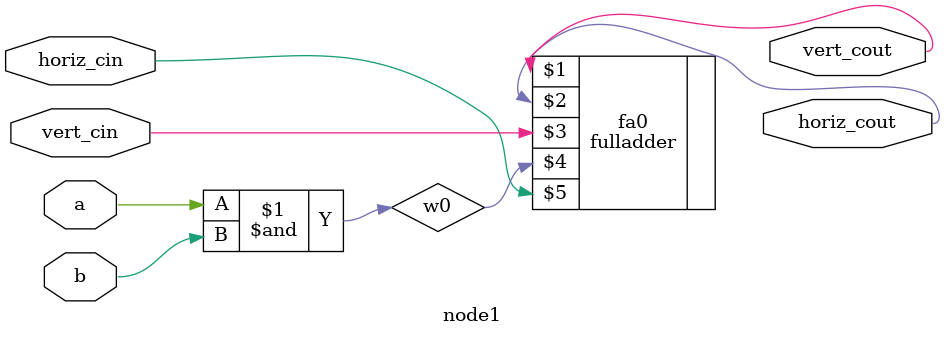
<source format=v>
`timescale 1ns / 1ps

module node1(
    output vert_cout, horiz_cout,
    input vert_cin, horiz_cin, a, b
);

    wire w0;
    
    assign w0 = a&b;
    fulladder fa0(vert_cout , horiz_cout,vert_cin , w0 , horiz_cin);




endmodule
</source>
